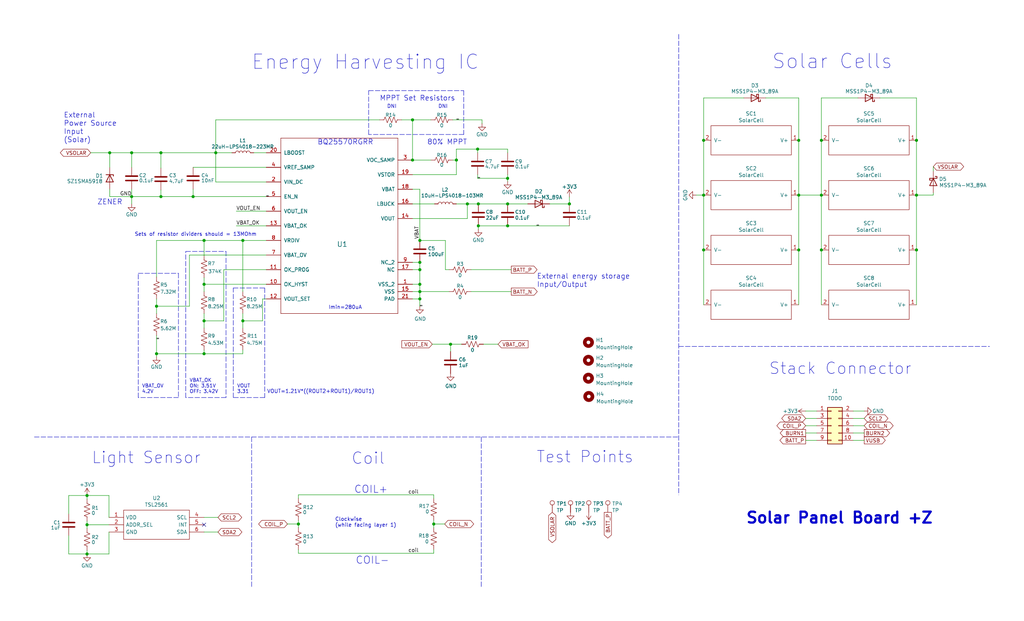
<source format=kicad_sch>
(kicad_sch (version 20211123) (generator eeschema)
  (paper "USLegal")
  (title_block (title "PyCubed Mini") (date "2022-06-14") (rev "04") (company "REx Lab Carnegie Mellon University") (comment 1 "Z.Manchester") (comment 2 "N.Khera") (comment 3 "M.Holliday"))
  (lib_symbols
    (symbol "Connector:TestPoint" (pin_numbers hide) (pin_names (offset 0.762) hide)
      (property "Reference" "TP" (at 0 6.858 0))
      (property "Value" "TestPoint" (at 0 5.08 0))
      (symbol "TestPoint_0_1"
        (circle (center 0 3.302) (radius 0.762))
      )
      (symbol "TestPoint_1_1"
        (pin passive line (at 0 0 90) (length 2.54) (name "1") (number "1"))
      )
    )
    (symbol "Connector_Generic:Conn_02x05_Odd_Even" (pin_names (offset 1.016) hide)
      (property "Reference" "J" (at 1.27 7.62 0))
      (property "Value" "Conn_02x05_Odd_Even" (at 1.27 -7.62 0))
      (symbol "Conn_02x05_Odd_Even_1_1"
        (rectangle (start -1.27 -4.953) (end 0 -5.207) (stroke (width 0.1524)))
        (rectangle (start -1.27 -2.413) (end 0 -2.667) (stroke (width 0.1524)))
        (rectangle (start -1.27 0.127) (end 0 -0.127) (stroke (width 0.1524)))
        (rectangle (start -1.27 2.667) (end 0 2.413) (stroke (width 0.1524)))
        (rectangle (start -1.27 5.207) (end 0 4.953) (stroke (width 0.1524)))
        (rectangle (start -1.27 6.35) (end 3.81 -6.35) (stroke (width 0.254)) (fill (type background)))
        (rectangle (start 3.81 -4.953) (end 2.54 -5.207) (stroke (width 0.1524)))
        (rectangle (start 3.81 -2.413) (end 2.54 -2.667) (stroke (width 0.1524)))
        (rectangle (start 3.81 0.127) (end 2.54 -0.127) (stroke (width 0.1524)))
        (rectangle (start 3.81 2.667) (end 2.54 2.413) (stroke (width 0.1524)))
        (rectangle (start 3.81 5.207) (end 2.54 4.953) (stroke (width 0.1524)))
        (pin passive line (at -5.08 5.08 0) (length 3.81) (name "Pin_1") (number "1"))
        (pin passive line (at 7.62 -5.08 180) (length 3.81) (name "Pin_10") (number "10"))
        (pin passive line (at 7.62 5.08 180) (length 3.81) (name "Pin_2") (number "2"))
        (pin passive line (at -5.08 2.54 0) (length 3.81) (name "Pin_3") (number "3"))
        (pin passive line (at 7.62 2.54 180) (length 3.81) (name "Pin_4") (number "4"))
        (pin passive line (at -5.08 0 0) (length 3.81) (name "Pin_5") (number "5"))
        (pin passive line (at 7.62 0 180) (length 3.81) (name "Pin_6") (number "6"))
        (pin passive line (at -5.08 -2.54 0) (length 3.81) (name "Pin_7") (number "7"))
        (pin passive line (at 7.62 -2.54 180) (length 3.81) (name "Pin_8") (number "8"))
        (pin passive line (at -5.08 -5.08 0) (length 3.81) (name "Pin_9") (number "9"))
      )
    )
    (symbol "Device:C" (pin_numbers hide) (pin_names (offset 0.254))
      (property "Reference" "C" (at 0.635 2.54 0))
      (property "Value" "C" (at 0.635 -2.54 0))
      (symbol "C_0_1"
        (polyline (pts (xy -2.032 -0.762) (xy 2.032 -0.762)) (stroke (width 0.508)))
        (polyline (pts (xy -2.032 0.762) (xy 2.032 0.762)) (stroke (width 0.508)))
      )
      (symbol "C_1_1"
        (pin passive line (at 0 3.81 270) (length 2.794) (name "~") (number "1"))
        (pin passive line (at 0 -3.81 90) (length 2.794) (name "~") (number "2"))
      )
    )
    (symbol "Device:D_Schottky" (pin_numbers hide) (pin_names (offset 1.016) hide)
      (property "Reference" "D" (at 0 2.54 0))
      (property "Value" "D_Schottky" (at 0 -2.54 0))
      (symbol "D_Schottky_0_1"
        (polyline (pts (xy 1.27 0) (xy -1.27 0)))
        (polyline (pts (xy 1.27 1.27) (xy 1.27 -1.27) (xy -1.27 0) (xy 1.27 1.27)) (stroke (width 0.254)))
        (polyline (pts (xy -1.905 0.635) (xy -1.905 1.27) (xy -1.27 1.27) (xy -1.27 -1.27) (xy -0.635 -1.27) (xy -0.635 -0.635)) (stroke (width 0.254)))
      )
      (symbol "D_Schottky_1_1"
        (pin passive line (at -3.81 0 0) (length 2.54) (name "K") (number "1"))
        (pin passive line (at 3.81 0 180) (length 2.54) (name "A") (number "2"))
      )
    )
    (symbol "Device:L" (pin_numbers hide) (pin_names (offset 1.016) hide)
      (property "Reference" "L" (at -1.27 0 90))
      (property "Value" "L" (at 1.905 0 90))
      (symbol "L_0_1"
        (arc (start 0 -2.54) (mid 0.635 -1.905) (end 0 -1.27))
        (arc (start 0 -1.27) (mid 0.635 -0.635) (end 0 0))
        (arc (start 0 0) (mid 0.635 0.635) (end 0 1.27))
        (arc (start 0 1.27) (mid 0.635 1.905) (end 0 2.54))
      )
      (symbol "L_1_1"
        (pin passive line (at 0 3.81 270) (length 1.27) (name "1") (number "1"))
        (pin passive line (at 0 -3.81 90) (length 1.27) (name "2") (number "2"))
      )
    )
    (symbol "Device:R_US" (pin_numbers hide) (pin_names (offset 0))
      (property "Reference" "R" (at 2.54 0 90))
      (property "Value" "R_US" (at -2.54 0 90))
      (symbol "R_US_0_1"
        (polyline (pts (xy 0 -2.286) (xy 0 -2.54)))
        (polyline (pts (xy 0 2.286) (xy 0 2.54)))
        (polyline (pts (xy 0 -0.762) (xy 1.016 -1.143) (xy 0 -1.524) (xy -1.016 -1.905) (xy 0 -2.286)))
        (polyline (pts (xy 0 0.762) (xy 1.016 0.381) (xy 0 0) (xy -1.016 -0.381) (xy 0 -0.762)))
        (polyline (pts (xy 0 2.286) (xy 1.016 1.905) (xy 0 1.524) (xy -1.016 1.143) (xy 0 0.762)))
      )
      (symbol "R_US_1_1"
        (pin passive line (at 0 3.81 270) (length 1.27) (name "~") (number "1"))
        (pin passive line (at 0 -3.81 90) (length 1.27) (name "~") (number "2"))
      )
    )
    (symbol "Diode:Z1SMAxxx" (pin_numbers hide) (pin_names hide)
      (property "Reference" "D" (at 0 2.54 0))
      (property "Value" "Z1SMAxxx" (at 0 -2.54 0))
      (symbol "Z1SMAxxx_0_1"
        (polyline (pts (xy 1.27 0) (xy -1.27 0)))
        (polyline (pts (xy -1.27 -1.27) (xy -1.27 1.27) (xy -0.762 1.27)) (stroke (width 0.254)))
        (polyline (pts (xy 1.27 -1.27) (xy 1.27 1.27) (xy -1.27 0) (xy 1.27 -1.27)) (stroke (width 0.254)))
      )
      (symbol "Z1SMAxxx_1_1"
        (pin passive line (at -3.81 0 0) (length 2.54) (name "K") (number "1"))
        (pin passive line (at 3.81 0 180) (length 2.54) (name "A") (number "2"))
      )
    )
    (symbol "Mechanical:MountingHole" (pin_names (offset 1.016))
      (property "Reference" "H" (at 0 5.08 0))
      (property "Value" "MountingHole" (at 0 3.175 0))
      (symbol "MountingHole_0_1"
        (circle (center 0 0) (radius 1.27) (stroke (width 1.27)))
      )
    )
    (symbol "power:+3V3" (power) (pin_names (offset 0))
      (property "Value" "+3V3" (at 0 3.556 0))
      (symbol "+3V3_0_1"
        (polyline (pts (xy -0.762 1.27) (xy 0 2.54)))
        (polyline (pts (xy 0 0) (xy 0 2.54)))
        (polyline (pts (xy 0 2.54) (xy 0.762 1.27)))
      )
      (symbol "+3V3_1_1"
        (pin power_in line (at 0 0 90) (length 0) hide (name "+3V3") (number "1"))
      )
    )
    (symbol "power:GND" (power) (pin_names (offset 0))
      (property "Value" "GND" (at 0 -3.81 0))
      (symbol "GND_0_1"
        (polyline (pts (xy 0 0) (xy 0 -1.27) (xy 1.27 -1.27) (xy 0 -2.54) (xy -1.27 -1.27) (xy 0 -1.27)))
      )
      (symbol "GND_1_1"
        (pin power_in line (at 0 0 270) (length 0) hide (name "GND") (number "1"))
      )
    )
    (symbol "solarpanels:BQ25570RGRR" (pin_names (offset 1.016))
      (property "Reference" "U" (at -4.7244 1.4986 0))
      (property "Value" "BQ25570RGRR" (at -5.3594 -1.0414 0))
      (symbol "BQ25570RGRR_1_0"
        (polyline (pts (xy -20.32 -30.48) (xy 20.32 -30.48)))
        (polyline (pts (xy -20.32 30.48) (xy -20.32 -30.48)))
        (polyline (pts (xy 20.32 -30.48) (xy 20.32 30.48)))
        (polyline (pts (xy 20.32 30.48) (xy -20.32 30.48)))
        (pin power_in line (at 25.4 -20.32 180) (length 5.08) (name "VSS_2") (number "1"))
        (pin input line (at -25.4 -20.32 0) (length 5.08) (name "OK_HYST") (number "10"))
        (pin input line (at -25.4 -15.24 0) (length 5.08) (name "OK_PROG") (number "11"))
        (pin input line (at -25.4 -25.4 0) (length 5.08) (name "VOUT_SET") (number "12"))
        (pin output line (at -25.4 0 0) (length 5.08) (name "VBAT_OK") (number "13"))
        (pin power_in line (at 25.4 2.54 180) (length 5.08) (name "VOUT") (number "14"))
        (pin power_in line (at 25.4 -22.86 180) (length 5.08) (name "VSS") (number "15"))
        (pin passive line (at 25.4 7.62 180) (length 5.08) (name "LBUCK") (number "16"))
        (pin passive line (at 25.4 -15.24 180) (length 5.08) (name "NC") (number "17"))
        (pin bidirectional line (at 25.4 12.7 180) (length 5.08) (name "VBAT") (number "18"))
        (pin power_in line (at 25.4 17.78 180) (length 5.08) (name "VSTOR") (number "19"))
        (pin power_in line (at -25.4 15.24 0) (length 5.08) (name "VIN_DC") (number "2"))
        (pin input line (at -25.4 25.4 0) (length 5.08) (name "LBOOST") (number "20"))
        (pin power_in line (at 25.4 -25.4 180) (length 5.08) (name "PAD") (number "21"))
        (pin input line (at 25.4 22.86 180) (length 5.08) (name "VOC_SAMP") (number "3"))
        (pin input line (at -25.4 20.32 0) (length 5.08) (name "VREF_SAMP") (number "4"))
        (pin input line (at -25.4 10.16 0) (length 5.08) (name "EN_N") (number "5"))
        (pin input line (at -25.4 5.08 0) (length 5.08) (name "VOUT_EN") (number "6"))
        (pin input line (at -25.4 -10.16 0) (length 5.08) (name "VBAT_OV") (number "7"))
        (pin output line (at -25.4 -5.08 0) (length 5.08) (name "VRDIV") (number "8"))
        (pin power_in line (at 25.4 -12.7 180) (length 5.08) (name "NC_2") (number "9"))
      )
    )
    (symbol "solarpanels:SolarCell_Small" (pin_names (offset 1.016))
      (property "Reference" "SC" (at 0 -1.27 0))
      (property "Value" "SolarCell_Small" (at 0 1.27 0))
      (symbol "SolarCell_Small_0_1"
        (rectangle (start -13.97 -5.08) (end 13.97 5.08))
      )
      (symbol "SolarCell_Small_1_1"
        (pin bidirectional line (at -16.51 0 0) (length 2.54) (name "V+") (number "1"))
        (pin bidirectional line (at 16.51 0 180) (length 2.54) (name "V-") (number "2"))
      )
    )
    (symbol "solarpanels:symbols_TSL2561" (pin_names (offset 0.762))
      (property "Reference" "IC" (at 29.21 7.62 0))
      (property "Value" "symbols_TSL2561" (at 29.21 5.08 0))
      (symbol "symbols_TSL2561_0_0"
        (pin unspecified line (at 0 0 0) (length 5.08) (name "VDD") (number "1"))
        (pin unspecified line (at 0 -2.54 0) (length 5.08) (name "ADDR_SEL") (number "2"))
        (pin unspecified line (at 0 -5.08 0) (length 5.08) (name "GND") (number "3"))
        (pin unspecified line (at 33.02 0 180) (length 5.08) (name "SCL") (number "4"))
        (pin unspecified line (at 33.02 -2.54 180) (length 5.08) (name "INT") (number "5"))
        (pin unspecified line (at 33.02 -5.08 180) (length 5.08) (name "SDA") (number "6"))
      )
      (symbol "symbols_TSL2561_0_1"
        (polyline (pts (xy 5.08 2.54) (xy 27.94 2.54) (xy 27.94 -7.62) (xy 5.08 -7.62) (xy 5.08 2.54)) (stroke (width 0.1524)))
      )
    )
  )
  (junction (at 165.862 51.816))
  (junction (at 277.368 86.868))
  (junction (at 162.306 70.866))
  (junction (at 70.866 122.936))
  (junction (at 277.368 48.768))
  (junction (at 143.256 41.656))
  (junction (at 244.348 86.868))
  (junction (at 30.226 172.212))
  (junction (at 145.796 93.726))
  (junction (at 70.866 111.506))
  (junction (at 84.328 111.506))
  (junction (at 277.368 67.818))
  (junction (at 145.796 101.346))
  (junction (at 38.1 53.086))
  (junction (at 145.796 83.566))
  (junction (at 74.93 53.086))
  (junction (at 176.276 61.976))
  (junction (at 70.866 83.566))
  (junction (at 318.262 67.818))
  (junction (at 54.356 122.936))
  (junction (at 285.242 48.768))
  (junction (at 156.464 119.634))
  (junction (at 45.72 53.086))
  (junction (at 143.256 55.626))
  (junction (at 145.796 98.806))
  (junction (at 145.796 91.186))
  (junction (at 145.796 103.886))
  (junction (at 166.116 78.486))
  (junction (at 30.226 182.372))
  (junction (at 285.242 67.818))
  (junction (at 54.356 106.426))
  (junction (at 285.242 86.868))
  (junction (at 318.262 86.868))
  (junction (at 103.632 182.118))
  (junction (at 150.622 182.118))
  (junction (at 166.116 70.866))
  (junction (at 176.276 78.486))
  (junction (at 55.88 68.326))
  (junction (at 45.72 68.326))
  (junction (at 318.262 48.768))
  (junction (at 70.866 98.806))
  (junction (at 176.276 70.866))
  (junction (at 244.348 48.768))
  (junction (at 55.88 53.086))
  (junction (at 84.328 83.566))
  (junction (at 158.496 55.626))
  (junction (at 244.348 67.818))
  (junction (at 197.739 70.866))
  (junction (at 67.056 68.326))
  (junction (at 30.226 192.532))
  (no_connect (at 70.866 182.372))
  (wire (pts (xy 92.456 58.166) (xy 67.056 58.166)))
  (wire (pts (xy 167.894 119.634) (xy 172.974 119.634)))
  (wire (pts (xy 150.622 191.008) (xy 150.622 192.278)))
  (wire (pts (xy 37.846 172.212) (xy 30.226 172.212)))
  (polyline (pts (xy 235.712 11.938) (xy 235.712 171.958)))
  (wire (pts (xy 84.328 83.566) (xy 92.456 83.566)))
  (polyline (pts (xy 128.016 46.736) (xy 128.016 31.496)))
  (wire (pts (xy 145.796 98.806) (xy 145.796 93.726)))
  (wire (pts (xy 37.846 182.372) (xy 30.226 182.372)))
  (polyline (pts (xy 64.516 87.376) (xy 78.486 87.376)))
  (wire (pts (xy 324.104 67.818) (xy 324.104 67.056)))
  (wire (pts (xy 285.242 34.036) (xy 285.242 48.768)))
  (wire (pts (xy 38.1 53.086) (xy 45.72 53.086)))
  (wire (pts (xy 84.328 83.566) (xy 70.866 83.566)))
  (wire (pts (xy 154.686 93.726) (xy 154.686 83.566)))
  (wire (pts (xy 31.496 53.086) (xy 38.1 53.086)))
  (wire (pts (xy 277.368 86.868) (xy 277.368 105.918)))
  (wire (pts (xy 158.496 51.816) (xy 158.496 55.626)))
  (wire (pts (xy 176.276 78.486) (xy 197.739 78.486)))
  (wire (pts (xy 38.1 68.326) (xy 45.72 68.326)))
  (wire (pts (xy 145.796 101.346) (xy 155.956 101.346)))
  (wire (pts (xy 84.328 111.506) (xy 84.328 114.046)))
  (wire (pts (xy 244.348 48.768) (xy 244.348 67.818)))
  (wire (pts (xy 244.348 67.818) (xy 241.808 67.818)))
  (wire (pts (xy 165.862 61.976) (xy 176.276 61.976)))
  (wire (pts (xy 176.276 53.086) (xy 176.276 51.816)))
  (wire (pts (xy 54.356 123.952) (xy 54.356 122.936)))
  (polyline (pts (xy 64.516 138.176) (xy 64.516 87.376)))
  (wire (pts (xy 74.93 41.656) (xy 74.93 53.086)))
  (wire (pts (xy 70.866 111.506) (xy 77.724 111.506)))
  (polyline (pts (xy 48.006 94.996) (xy 61.976 94.996)))
  (wire (pts (xy 165.862 53.086) (xy 165.862 51.816)))
  (wire (pts (xy 45.72 68.326) (xy 45.72 70.866)))
  (wire (pts (xy 166.116 78.486) (xy 166.116 79.629)))
  (polyline (pts (xy 87.376 151.892) (xy 87.376 203.962)))
  (wire (pts (xy 154.686 83.566) (xy 145.796 83.566)))
  (wire (pts (xy 158.496 51.816) (xy 165.862 51.816)))
  (wire (pts (xy 45.72 53.086) (xy 55.88 53.086)))
  (wire (pts (xy 285.242 86.868) (xy 285.242 105.918)))
  (polyline (pts (xy 78.486 138.176) (xy 64.516 138.176)))
  (wire (pts (xy 285.242 67.818) (xy 277.368 67.818)))
  (wire (pts (xy 279.781 150.495) (xy 283.591 150.495)))
  (wire (pts (xy 244.348 34.036) (xy 244.348 48.768)))
  (wire (pts (xy 145.796 103.886) (xy 145.796 101.346)))
  (polyline (pts (xy 161.036 46.736) (xy 128.016 46.736)))
  (wire (pts (xy 75.692 179.832) (xy 70.866 179.832)))
  (wire (pts (xy 54.356 106.426) (xy 54.356 108.966)))
  (wire (pts (xy 285.242 48.768) (xy 285.242 67.818)))
  (wire (pts (xy 162.306 75.946) (xy 162.306 70.866)))
  (polyline (pts (xy 235.712 120.396) (xy 343.662 120.396)))
  (wire (pts (xy 30.226 182.372) (xy 30.226 183.642)))
  (wire (pts (xy 163.576 93.726) (xy 177.546 93.726)))
  (wire (pts (xy 197.739 68.453) (xy 197.739 70.866)))
  (wire (pts (xy 244.348 105.918) (xy 244.348 86.868)))
  (wire (pts (xy 176.276 70.866) (xy 183.261 70.866)))
  (wire (pts (xy 84.328 121.666) (xy 84.328 122.936)))
  (wire (pts (xy 157.226 41.656) (xy 167.386 41.656)))
  (polyline (pts (xy 81.026 100.076) (xy 91.948 100.076)))
  (wire (pts (xy 84.328 111.506) (xy 91.186 111.506)))
  (wire (pts (xy 45.72 68.326) (xy 55.88 68.326)))
  (wire (pts (xy 150.114 119.634) (xy 156.464 119.634)))
  (polyline (pts (xy 91.948 100.076) (xy 91.948 138.176)))
  (wire (pts (xy 279.781 147.955) (xy 283.591 147.955)))
  (wire (pts (xy 55.88 68.326) (xy 67.056 68.326)))
  (wire (pts (xy 318.262 67.818) (xy 324.104 67.818)))
  (wire (pts (xy 283.591 142.875) (xy 279.781 142.875)))
  (wire (pts (xy 296.291 150.495) (xy 300.101 150.495)))
  (wire (pts (xy 65.786 88.646) (xy 92.456 88.646)))
  (wire (pts (xy 324.104 57.912) (xy 324.104 59.436)))
  (wire (pts (xy 145.796 65.786) (xy 143.256 65.786)))
  (wire (pts (xy 103.632 191.008) (xy 103.632 192.278)))
  (wire (pts (xy 30.226 191.262) (xy 30.226 192.532)))
  (wire (pts (xy 265.938 34.036) (xy 277.368 34.036)))
  (wire (pts (xy 156.464 122.174) (xy 156.464 119.634)))
  (wire (pts (xy 143.256 70.866) (xy 150.876 70.866)))
  (wire (pts (xy 82.042 73.406) (xy 92.456 73.406)))
  (wire (pts (xy 70.866 122.936) (xy 84.328 122.936)))
  (wire (pts (xy 70.866 96.52) (xy 70.866 98.806)))
  (wire (pts (xy 70.866 111.506) (xy 70.866 114.046)))
  (polyline (pts (xy 128.016 31.496) (xy 161.036 31.496)))
  (wire (pts (xy 176.276 62.992) (xy 176.276 61.976)))
  (polyline (pts (xy 61.976 138.176) (xy 48.006 138.176)))
  (wire (pts (xy 318.262 48.768) (xy 318.262 67.818)))
  (wire (pts (xy 279.781 153.035) (xy 283.591 153.035)))
  (wire (pts (xy 92.456 68.326) (xy 67.056 68.326)))
  (wire (pts (xy 285.242 34.036) (xy 297.942 34.036)))
  (wire (pts (xy 157.226 55.626) (xy 158.496 55.626)))
  (wire (pts (xy 277.368 67.818) (xy 277.368 86.868)))
  (polyline (pts (xy 78.486 87.376) (xy 78.486 138.176)))
  (wire (pts (xy 244.348 34.036) (xy 258.318 34.036)))
  (wire (pts (xy 84.328 83.566) (xy 84.328 101.346)))
  (wire (pts (xy 103.632 192.278) (xy 150.622 192.278)))
  (wire (pts (xy 277.368 48.768) (xy 277.368 34.036)))
  (wire (pts (xy 158.496 55.626) (xy 158.496 60.706)))
  (wire (pts (xy 277.368 48.768) (xy 277.368 67.818)))
  (wire (pts (xy 23.876 178.562) (xy 23.876 172.212)))
  (wire (pts (xy 54.356 103.886) (xy 54.356 106.426)))
  (wire (pts (xy 91.186 103.886) (xy 92.456 103.886)))
  (wire (pts (xy 70.866 121.666) (xy 70.866 122.936)))
  (wire (pts (xy 37.846 179.832) (xy 37.846 172.212)))
  (wire (pts (xy 190.881 70.866) (xy 197.739 70.866)))
  (wire (pts (xy 74.93 53.086) (xy 74.93 63.246)))
  (wire (pts (xy 30.226 172.212) (xy 30.226 173.482)))
  (wire (pts (xy 74.93 41.656) (xy 131.826 41.656)))
  (polyline (pts (xy 48.006 138.176) (xy 48.006 94.996)))
  (wire (pts (xy 156.464 119.634) (xy 160.274 119.634)))
  (wire (pts (xy 296.291 147.955) (xy 300.101 147.955)))
  (wire (pts (xy 38.1 65.786) (xy 38.1 68.326)))
  (wire (pts (xy 158.496 60.706) (xy 143.256 60.706)))
  (wire (pts (xy 70.866 98.806) (xy 70.866 101.346)))
  (wire (pts (xy 55.88 66.04) (xy 55.88 68.326)))
  (wire (pts (xy 162.306 70.866) (xy 166.116 70.866)))
  (wire (pts (xy 143.256 93.726) (xy 145.796 93.726)))
  (wire (pts (xy 143.256 55.626) (xy 143.256 41.656)))
  (wire (pts (xy 70.866 108.966) (xy 70.866 111.506)))
  (wire (pts (xy 154.686 93.726) (xy 155.956 93.726)))
  (wire (pts (xy 30.226 192.532) (xy 37.846 192.532)))
  (polyline (pts (xy 81.026 138.176) (xy 81.026 100.076)))
  (wire (pts (xy 176.276 60.706) (xy 176.276 61.976)))
  (wire (pts (xy 285.242 67.818) (xy 285.242 86.868)))
  (wire (pts (xy 244.348 86.868) (xy 244.348 67.818)))
  (wire (pts (xy 23.876 192.532) (xy 30.226 192.532)))
  (polyline (pts (xy 91.948 138.176) (xy 81.026 138.176)))
  (wire (pts (xy 145.796 83.566) (xy 145.796 65.786)))
  (wire (pts (xy 30.226 181.102) (xy 30.226 182.372)))
  (wire (pts (xy 305.562 34.036) (xy 318.262 34.036)))
  (polyline (pts (xy 61.976 94.996) (xy 61.976 138.176)))
  (wire (pts (xy 54.356 106.426) (xy 65.786 106.426)))
  (wire (pts (xy 75.692 184.912) (xy 70.866 184.912)))
  (wire (pts (xy 54.356 83.566) (xy 54.356 96.266)))
  (polyline (pts (xy 167.132 151.892) (xy 167.132 203.962)))
  (wire (pts (xy 150.622 180.848) (xy 150.622 182.118)))
  (wire (pts (xy 154.432 182.118) (xy 150.622 182.118)))
  (wire (pts (xy 166.116 78.486) (xy 176.276 78.486)))
  (wire (pts (xy 145.796 93.726) (xy 145.796 91.186)))
  (wire (pts (xy 143.256 55.626) (xy 149.606 55.626)))
  (wire (pts (xy 318.262 67.818) (xy 318.262 86.868)))
  (wire (pts (xy 103.632 182.118) (xy 103.632 183.388)))
  (wire (pts (xy 145.796 101.346) (xy 145.796 98.806)))
  (wire (pts (xy 82.042 78.486) (xy 92.456 78.486)))
  (wire (pts (xy 143.256 101.346) (xy 145.796 101.346)))
  (wire (pts (xy 103.632 171.958) (xy 103.632 173.228)))
  (wire (pts (xy 150.622 171.958) (xy 150.622 173.228)))
  (wire (pts (xy 103.632 180.848) (xy 103.632 182.118)))
  (wire (pts (xy 145.796 91.186) (xy 143.256 91.186)))
  (wire (pts (xy 54.356 116.586) (xy 54.356 122.936)))
  (wire (pts (xy 54.356 122.936) (xy 70.866 122.936)))
  (wire (pts (xy 300.101 142.875) (xy 296.291 142.875)))
  (wire (pts (xy 77.724 111.506) (xy 77.724 93.726)))
  (wire (pts (xy 37.846 192.532) (xy 37.846 184.912)))
  (wire (pts (xy 74.93 53.086) (xy 80.518 53.086)))
  (wire (pts (xy 70.866 98.806) (xy 92.456 98.806)))
  (wire (pts (xy 77.724 93.726) (xy 92.456 93.726)))
  (wire (pts (xy 165.862 51.816) (xy 176.276 51.816)))
  (polyline (pts (xy 161.036 31.496) (xy 161.036 46.736)))
  (wire (pts (xy 55.88 53.086) (xy 74.93 53.086)))
  (wire (pts (xy 65.786 106.426) (xy 65.786 88.646)))
  (wire (pts (xy 70.866 83.566) (xy 54.356 83.566)))
  (wire (pts (xy 67.056 68.326) (xy 67.056 65.786)))
  (wire (pts (xy 318.262 86.868) (xy 318.262 105.918)))
  (wire (pts (xy 145.796 106.426) (xy 145.796 103.886)))
  (wire (pts (xy 300.101 153.035) (xy 296.291 153.035)))
  (wire (pts (xy 45.72 65.786) (xy 45.72 68.326)))
  (wire (pts (xy 99.822 182.118) (xy 103.632 182.118)))
  (wire (pts (xy 158.496 70.866) (xy 162.306 70.866)))
  (wire (pts (xy 150.622 182.118) (xy 150.622 183.388)))
  (wire (pts (xy 91.186 111.506) (xy 91.186 103.886)))
  (wire (pts (xy 70.866 83.566) (xy 70.866 88.9)))
  (wire (pts (xy 143.256 98.806) (xy 145.796 98.806)))
  (wire (pts (xy 163.576 101.346) (xy 177.546 101.346)))
  (wire (pts (xy 38.1 58.166) (xy 38.1 53.086)))
  (wire (pts (xy 143.256 103.886) (xy 145.796 103.886)))
  (wire (pts (xy 23.876 172.212) (xy 30.226 172.212)))
  (wire (pts (xy 166.116 70.866) (xy 176.276 70.866)))
  (wire (pts (xy 139.446 41.656) (xy 143.256 41.656)))
  (wire (pts (xy 84.328 108.966) (xy 84.328 111.506)))
  (wire (pts (xy 74.93 63.246) (xy 92.456 63.246)))
  (wire (pts (xy 167.386 41.656) (xy 167.386 42.926)))
  (wire (pts (xy 143.256 41.656) (xy 149.606 41.656)))
  (wire (pts (xy 55.88 53.086) (xy 55.88 58.42)))
  (wire (pts (xy 88.138 53.086) (xy 92.456 53.086)))
  (wire (pts (xy 23.876 186.182) (xy 23.876 192.532)))
  (wire (pts (xy 45.72 58.166) (xy 45.72 53.086)))
  (wire (pts (xy 165.862 60.706) (xy 165.862 61.976)))
  (wire (pts (xy 279.781 145.415) (xy 283.591 145.415)))
  (wire (pts (xy 318.262 34.036) (xy 318.262 48.768)))
  (wire (pts (xy 143.256 75.946) (xy 162.306 75.946)))
  (polyline (pts (xy 11.938 151.892) (xy 235.712 151.892)))
  (wire (pts (xy 103.632 171.958) (xy 150.622 171.958)))
  (wire (pts (xy 300.101 145.415) (xy 296.291 145.415)))
  (text "DNI" (at 134.366 37.846 0) (effects (font (size 1.27 1.27)) (justify left bottom)))
  (text "External energy storage\nInput/Output" (at 186.436 100.076 0) (effects (font (size 1.778 1.778)) (justify left bottom)))
  (text "Light Sensor" (at 31.75 161.544 0) (effects (font (size 4 4)) (justify left bottom)))
  (text "BQ25570RGRR" (at 110.236 50.546 0) (effects (font (size 1.778 1.778)) (justify left bottom)))
  (text "VBAT_OV\n4.2V" (at 49.276 136.906 0) (effects (font (size 1.2 1.2)) (justify left bottom)))
  (text "External\nPower Source\nInput\n(Solar)" (at 22.098 49.784 0) (effects (font (size 1.778 1.778)) (justify left bottom)))
  (text "Imin=280uA" (at 114.046 107.696 0) (effects (font (size 1.27 1.27)) (justify left bottom)))
  (text "ZENER" (at 33.782 71.374 0) (effects (font (size 1.778 1.778)) (justify left bottom)))
  (text "Clockwise\n(while facing layer 1)" (at 116.332 183.388 0) (effects (font (size 1.27 1.27)) (justify left bottom)))
  (text "Stack Connector" (at 266.954 130.556 0) (effects (font (size 4 4)) (justify left bottom)))
  (text "Solar Cells\n" (at 267.97 24.384 0) (effects (font (size 5 5)) (justify left bottom)))
  (text "COIL-" (at 123.444 196.342 0) (effects (font (size 2.54 2.54)) (justify left bottom)))
  (text "DNI" (at 152.146 37.846 0) (effects (font (size 1.27 1.27)) (justify left bottom)))
  (text "VBAT_OK\nON: 3.51V\nOFF: 3.42V" (at 65.786 136.906 0) (effects (font (size 1.2 1.2)) (justify left bottom)))
  (text "Sets of resistor dividers should = 13MOhm" (at 46.736 82.296 0) (effects (font (size 1.27 1.27)) (justify left bottom)))
  (text "COIL+" (at 122.936 171.704 0) (effects (font (size 2.54 2.54)) (justify left bottom)))
  (text "Energy Harvesting IC" (at 87.249 24.638 0) (effects (font (size 5 5)) (justify left bottom)))
  (text "VOUT=1.21V*((ROUT2+ROUT1)/ROUT1)" (at 92.71 136.906 0) (effects (font (size 1.27 1.27)) (justify left bottom)))
  (text "Solar Panel Board +Z" (at 258.826 182.372 0) (effects (font (size 3.81 3.81) (thickness 0.762) bold) (justify left bottom)))
  (text "VOUT\n3.31" (at 82.296 136.906 0) (effects (font (size 1.2 1.2)) (justify left bottom)))
  (text "Test Points" (at 186.182 161.29 0) (effects (font (size 4 4)) (justify left bottom)))
  (text "MPPT Set Resistors " (at 131.826 35.306 0) (effects (font (size 1.778 1.778)) (justify left bottom)))
  (text "80% MPPT " (at 148.336 50.546 0) (effects (font (size 1.778 1.778)) (justify left bottom)))
  (text "Coil" (at 121.92 161.798 0) (effects (font (size 4 4)) (justify left bottom)))
  (label "GND" (at 145.796 106.426 0) (effects (font (size 0.254 0.254))))
  (label "GND" (at 158.496 41.656 0) (effects (font (size 0.254 0.254))))
  (label "GND" (at 92.456 68.326 0) (effects (font (size 0.254 0.254))))
  (label "GND" (at 165.862 61.976 0) (effects (font (size 0.254 0.254))))
  (label "GND" (at 186.309 78.486 0) (effects (font (size 0.254 0.254))))
  (label "coil" (at 141.732 192.278 0))
  (label "VOUT_EN" (at 82.042 73.406 0))
  (label "VBAT" (at 145.796 78.486 270))
  (label "GND" (at 54.356 117.856 0) (effects (font (size 0.254 0.254))))
  (label "GND" (at 41.656 68.326 0))
  (label "VBAT_OK" (at 82.042 78.486 0))
  (label "coil" (at 141.732 171.958 0))
  (global_label "BURN2" (shape output) (at 300.101 150.495 0) (property "Intersheet References" "${INTERSHEET_REFS}" (effects hide)))
  (global_label "SCL2" (shape bidirectional) (at 300.101 145.415 0) (property "Intersheet References" "${INTERSHEET_REFS}" (effects hide)))
  (global_label "VSOLAR" (shape bidirectional) (at 191.77 178.054 270) (property "Intersheet References" "${INTERSHEET_REFS}" (effects hide)))
  (global_label "VSOLAR" (shape bidirectional) (at 31.496 53.086 180) (property "Intersheet References" "${INTERSHEET_REFS}" (effects hide)))
  (global_label "BATT_P" (shape output) (at 211.074 178.054 270) (property "Intersheet References" "${INTERSHEET_REFS}" (effects hide)))
  (global_label "VSOLAR" (shape bidirectional) (at 324.104 57.912 0) (property "Intersheet References" "${INTERSHEET_REFS}" (effects hide)))
  (global_label "SDA2" (shape bidirectional) (at 75.692 184.912 0) (property "Intersheet References" "${INTERSHEET_REFS}" (effects hide)))
  (global_label "BATT_N" (shape output) (at 177.546 101.346 0) (property "Intersheet References" "${INTERSHEET_REFS}" (effects hide)))
  (global_label "COIL_P" (shape bidirectional) (at 279.781 147.955 180) (property "Intersheet References" "${INTERSHEET_REFS}" (effects hide)))
  (global_label "COIL_P" (shape bidirectional) (at 99.822 182.118 180) (property "Intersheet References" "${INTERSHEET_REFS}" (effects hide)))
  (global_label "BURN1" (shape output) (at 279.781 150.495 180) (property "Intersheet References" "${INTERSHEET_REFS}" (effects hide)))
  (global_label "BATT_P" (shape output) (at 279.781 153.035 180) (property "Intersheet References" "${INTERSHEET_REFS}" (effects hide)))
  (global_label "SDA2" (shape bidirectional) (at 279.781 145.415 180) (property "Intersheet References" "${INTERSHEET_REFS}" (effects hide)))
  (global_label "VOUT_EN" (shape input) (at 150.114 119.634 180) (property "Intersheet References" "${INTERSHEET_REFS}" (effects hide)))
  (global_label "COIL_N" (shape bidirectional) (at 154.432 182.118 0) (property "Intersheet References" "${INTERSHEET_REFS}" (effects hide)))
  (global_label "VUSB" (shape output) (at 300.101 153.035 0) (property "Intersheet References" "${INTERSHEET_REFS}" (effects hide)))
  (global_label "COIL_N" (shape bidirectional) (at 300.101 147.955 0) (property "Intersheet References" "${INTERSHEET_REFS}" (effects hide)))
  (global_label "VBAT_OK" (shape input) (at 172.974 119.634 0) (property "Intersheet References" "${INTERSHEET_REFS}" (effects hide)))
  (global_label "SCL2" (shape bidirectional) (at 75.692 179.832 0) (property "Intersheet References" "${INTERSHEET_REFS}" (effects hide)))
  (global_label "BATT_P" (shape output) (at 177.546 93.726 0) (property "Intersheet References" "${INTERSHEET_REFS}" (effects hide)))
  (symbol (lib_id "Connector:TestPoint") (at 191.77 178.054 0) (unit 1)
    (property "Reference" "TP1" (at 193.2432 175.0568 0) (effects (justify left)))
    (property "Value" "TP" (at 193.2432 177.3682 0) (effects (justify left)))
    (property "Footprint" "TestPoint:TestPoint_THTPad_D1.0mm_Drill0.5mm" (effects hide))
  )
  (symbol (lib_id "Connector:TestPoint") (at 198.12 178.054 0) (unit 1)
    (property "Reference" "TP2" (at 199.5932 175.0568 0) (effects (justify left)))
    (property "Value" "TP" (at 199.5932 177.3682 0) (effects (justify left)))
    (property "Footprint" "TestPoint:TestPoint_THTPad_D1.0mm_Drill0.5mm" (effects hide))
  )
  (symbol (lib_id "power:GND") (at 198.12 178.054 0) (mirror y) (unit 1)
    (property "Reference" "#PWR0101" (effects hide))
    (property "Value" "GND" (at 198.12 181.864 0))
  )
  (symbol (lib_id "Connector:TestPoint") (at 204.47 178.054 0) (unit 1)
    (property "Reference" "TP3" (at 205.9432 175.0568 0) (effects (justify left)))
    (property "Value" "TP" (at 205.9432 177.3682 0) (effects (justify left)))
    (property "Footprint" "TestPoint:TestPoint_THTPad_D1.0mm_Drill0.5mm" (effects hide))
  )
  (symbol (lib_id "power:+3V3") (at 204.47 178.054 180) (unit 1)
    (property "Reference" "#PWR0102" (effects hide))
    (property "Value" "+3V3" (at 204.47 181.864 0))
  )
  (symbol (lib_id "Connector:TestPoint") (at 211.074 178.054 0) (unit 1)
    (property "Reference" "TP4" (at 212.5472 175.0568 0) (effects (justify left)))
    (property "Value" "TP" (at 212.5472 177.3682 0) (effects (justify left)))
    (property "Footprint" "TestPoint:TestPoint_THTPad_D1.0mm_Drill0.5mm" (effects hide))
  )
  (symbol (lib_id "Diode:Z1SMAxxx") (at 38.1 61.976 270) (unit 1)
    (property "Reference" "D1" (at 33.147 61.087 90) (effects (justify left)))
    (property "Value" "SZ1SMA5918" (at 23.241 62.992 90) (effects (justify left)))
    (property "Footprint" "Diode_SMD:D_SMA" (effects hide))
    (property "Datasheet" "https://diotec.com/tl_files/diotec/files/pdf/datasheets/z1sma1.pdf" (effects hide))
  )
  (symbol (lib_id "power:GND") (at 30.226 192.532 0) (unit 1)
    (property "Reference" "#PWR0115" (effects hide))
    (property "Value" "GND" (at 30.226 196.596 0))
  )
  (symbol (lib_id "Device:C") (at 176.276 74.676 0) (unit 1)
    (property "Reference" "C10" (at 178.816 73.66 0) (effects (font (size 1.2 1.2)) (justify left)))
    (property "Value" "0.1uF" (at 178.816 75.692 0) (effects (font (size 1.2 1.2)) (justify left)))
    (property "Footprint" "Capacitor_SMD:C_0603_1608Metric" (effects hide))
  )
  (symbol (lib_id "Mechanical:MountingHole") (at 204.47 137.795 0) (unit 1)
    (property "Reference" "H4" (at 207.01 136.9603 0) (effects (justify left)))
    (property "Value" "MountingHole" (at 207.01 139.4972 0) (effects (justify left)))
    (property "Footprint" "MountingHole:MountingHole_2.2mm_M2_DIN965" (effects hide))
  )
  (symbol (lib_id "Device:R_US") (at 54.356 112.776 180) (unit 1)
    (property "Reference" "R6" (at 56.896 110.998 0) (effects (font (size 1.2 1.2)) (justify bottom)))
    (property "Value" "5.62M" (at 58.42 114.808 0) (effects (font (size 1.2 1.2)) (justify top)))
    (property "Footprint" "Resistor_SMD:R_0603_1608Metric" (effects hide))
  )
  (symbol (lib_id "Device:C") (at 165.862 56.896 0) (unit 1)
    (property "Reference" "C7" (at 168.402 56.134 0) (effects (font (size 1.2 1.2)) (justify left)))
    (property "Value" "4.7uF" (at 168.402 57.912 0) (effects (font (size 1.2 1.2)) (justify left)))
    (property "Footprint" "Capacitor_SMD:C_0603_1608Metric" (effects hide))
  )
  (symbol (lib_id "Connector_Generic:Conn_02x05_Odd_Even") (at 288.671 147.955 0) (unit 1)
    (property "Reference" "J1" (at 289.941 135.89 0))
    (property "Value" "TODO" (at 289.941 138.43 0))
    (property "Footprint" "batteryboard:FTS-105-XX-YY-DV-A" (effects hide))
  )
  (symbol (lib_id "Device:D_Schottky") (at 262.128 34.036 180) (unit 1)
    (property "Reference" "D3" (at 262.128 29.718 0))
    (property "Value" "MSS1P4-M3_89A" (at 262.128 31.75 0))
    (property "Footprint" "solarpanels:MICROSMP" (effects hide))
    (property "Description" "Vishay MSS1P4-M3/89A SMT Schottky Diode, 40V 1A, 2-Pin uSMP" (effects hide))
    (property "Manufacturer_Name" "Vishay" (effects hide))
    (property "Manufacturer_Part_Number" "MSS1P4-M3/89A" (effects hide))
    (property "Mouser Part Number" "625-MSS1P4-M3" (effects hide))
    (property "Mouser Price/Stock" "https://www.mouser.com/Search/Refine.aspx?Keyword=625-MSS1P4-M3" (effects hide))
    (property "RS Part Number" "7103068P" (effects hide))
    (property "RS Price/Stock" "http://uk.rs-online.com/web/p/products/7103068P" (effects hide))
    (property "Allied_Number" "70217632" (effects hide))
    (property "Allied Price/Stock" "https://www.alliedelec.com/general-semiconductor-vishay-mss1p4-m3-89a/70217632/" (effects hide))
  )
  (symbol (lib_id "power:GND") (at 54.356 123.952 0) (unit 1)
    (property "Reference" "#PWR0114" (effects hide))
    (property "Value" "GND" (at 54.356 127.508 0))
  )
  (symbol (lib_id "Device:D_Schottky") (at 301.752 34.036 180) (unit 1)
    (property "Reference" "D4" (at 301.752 29.718 0))
    (property "Value" "MSS1P4-M3_89A" (at 301.752 31.75 0))
    (property "Footprint" "solarpanels:MICROSMP" (effects hide))
    (property "Description" "Vishay MSS1P4-M3/89A SMT Schottky Diode, 40V 1A, 2-Pin uSMP" (effects hide))
    (property "Manufacturer_Name" "Vishay" (effects hide))
    (property "Manufacturer_Part_Number" "MSS1P4-M3/89A" (effects hide))
    (property "Mouser Part Number" "625-MSS1P4-M3" (effects hide))
    (property "Mouser Price/Stock" "https://www.mouser.com/Search/Refine.aspx?Keyword=625-MSS1P4-M3" (effects hide))
    (property "RS Part Number" "7103068P" (effects hide))
    (property "RS Price/Stock" "http://uk.rs-online.com/web/p/products/7103068P" (effects hide))
    (property "Allied_Number" "70217632" (effects hide))
    (property "Allied Price/Stock" "https://www.alliedelec.com/general-semiconductor-vishay-mss1p4-m3-89a/70217632/" (effects hide))
  )
  (symbol (lib_id "Device:R_US") (at 135.636 41.656 270) (unit 1)
    (property "Reference" "R14" (at 135.636 40.64 90) (effects (font (size 1.2 1.2)) (justify bottom)))
    (property "Value" "0" (at 135.636 42.926 90) (effects (font (size 1.2 1.2)) (justify top)))
    (property "Footprint" "Resistor_SMD:R_0603_1608Metric" (effects hide))
    (property "DNI" "DNI" (effects hide))
  )
  (symbol (lib_id "Device:R_US") (at 70.866 92.71 180) (unit 1)
    (property "Reference" "R7" (at 73.406 90.932 0) (effects (font (size 1.2 1.2)) (justify bottom)))
    (property "Value" "374K" (at 74.676 94.996 0) (effects (font (size 1.2 1.2)) (justify top)))
    (property "Footprint" "Resistor_SMD:R_0603_1608Metric" (effects hide))
  )
  (symbol (lib_id "Device:R_US") (at 153.416 41.656 270) (unit 1)
    (property "Reference" "R15" (at 153.416 40.64 90) (effects (font (size 1.2 1.2)) (justify bottom)))
    (property "Value" "0" (at 153.416 42.926 90) (effects (font (size 1.2 1.2)) (justify top)))
    (property "Footprint" "Resistor_SMD:R_0603_1608Metric" (effects hide))
    (property "DNI" "DNI" (effects hide))
  )
  (symbol (lib_id "Device:D_Schottky") (at 324.104 63.246 270) (unit 1)
    (property "Reference" "D5" (at 327.406 62.23 90))
    (property "Value" "MSS1P4-M3_89A" (at 334.391 64.389 90))
    (property "Footprint" "solarpanels:MICROSMP" (effects hide))
    (property "Description" "Vishay MSS1P4-M3/89A SMT Schottky Diode, 40V 1A, 2-Pin uSMP" (effects hide))
    (property "Manufacturer_Name" "Vishay" (effects hide))
    (property "Manufacturer_Part_Number" "MSS1P4-M3/89A" (effects hide))
    (property "Mouser Part Number" "625-MSS1P4-M3" (effects hide))
    (property "Mouser Price/Stock" "https://www.mouser.com/Search/Refine.aspx?Keyword=625-MSS1P4-M3" (effects hide))
    (property "RS Part Number" "7103068P" (effects hide))
    (property "RS Price/Stock" "http://uk.rs-online.com/web/p/products/7103068P" (effects hide))
    (property "Allied_Number" "70217632" (effects hide))
    (property "Allied Price/Stock" "https://www.alliedelec.com/general-semiconductor-vishay-mss1p4-m3-89a/70217632/" (effects hide))
  )
  (symbol (lib_id "power:GND") (at 145.796 106.426 0) (unit 1)
    (property "Reference" "#PWR0112" (effects hide))
    (property "Value" "GND" (at 145.923 110.8202 0))
  )
  (symbol (lib_id "Device:C") (at 45.72 61.976 0) (unit 1)
    (property "Reference" "C2" (at 48.26 60.96 0) (effects (font (size 1.2 1.2)) (justify left)))
    (property "Value" "0.1uF" (at 48.26 62.738 0) (effects (font (size 1.2 1.2)) (justify left)))
    (property "Footprint" "Capacitor_SMD:C_0603_1608Metric" (effects hide))
  )
  (symbol (lib_id "solarpanels:symbols_TSL2561") (at 37.846 179.832 0) (unit 1)
    (property "Reference" "U2" (at 54.356 173.101 0))
    (property "Value" "TSL2561" (at 54.356 175.4124 0))
    (property "Footprint" "solarpanels:TSL2561" (effects hide))
    (property "Datasheet" "https://ams.com/documents/20143/36005/TSL2561_DS000110_3-00.pdf/18a41097-2035-4333-c70e-bfa544c0a98b" (effects hide))
    (property "Description" "Light-to-Digital Converter" (effects hide))
    (property "Height" "1.55" (effects hide))
    (property "Manufacturer_Name" "ams" (effects hide))
    (property "Manufacturer_Part_Number" "TSL2561" (effects hide))
    (property "Mouser Part Number" "N/A" (effects hide))
    (property "Mouser Price/Stock" "https://www.mouser.com/Search/Refine.aspx?Keyword=N%2FA" (effects hide))
  )
  (symbol (lib_id "solarpanels:SolarCell_Small") (at 260.858 48.768 0) (mirror y) (unit 1)
    (property "Reference" "SC1" (at 260.858 39.497 0))
    (property "Value" "SolarCell" (at 260.858 41.8084 0))
    (property "Footprint" "solarpanels:KXOB25-05X3F" (effects hide))
  )
  (symbol (lib_id "power:GND") (at 167.386 42.926 0) (unit 1)
    (property "Reference" "#PWR0105" (effects hide))
    (property "Value" "GND" (at 167.386 46.736 0))
  )
  (symbol (lib_id "Device:C") (at 55.88 62.23 0) (unit 1)
    (property "Reference" "C3" (at 58.674 60.96 0) (effects (font (size 1.2 1.2)) (justify left)))
    (property "Value" "4.7uF" (at 58.674 62.992 0) (effects (font (size 1.2 1.2)) (justify left)))
    (property "Footprint" "Capacitor_SMD:C_0603_1608Metric" (effects hide))
  )
  (symbol (lib_id "Device:C") (at 156.464 125.984 0) (unit 1)
    (property "Reference" "C6" (at 159.258 124.968 0) (effects (font (size 1.2 1.2)) (justify left)))
    (property "Value" "1uF" (at 159.258 127 0) (effects (font (size 1.2 1.2)) (justify left)))
    (property "Footprint" "Capacitor_SMD:C_0603_1608Metric" (effects hide))
  )
  (symbol (lib_id "Device:R_US") (at 159.766 101.346 270) (unit 1)
    (property "Reference" "R4" (at 159.766 100.076 90) (effects (font (size 1.2 1.2)) (justify bottom)))
    (property "Value" "0" (at 159.766 102.616 90) (effects (font (size 1.2 1.2)) (justify top)))
    (property "Footprint" "Resistor_SMD:R_0603_1608Metric" (effects hide))
  )
  (symbol (lib_id "Mechanical:MountingHole") (at 204.343 131.445 0) (unit 1)
    (property "Reference" "H3" (at 206.883 130.6103 0) (effects (justify left)))
    (property "Value" "MountingHole" (at 206.883 133.1472 0) (effects (justify left)))
    (property "Footprint" "MountingHole:MountingHole_2.2mm_M2_DIN965" (effects hide))
  )
  (symbol (lib_id "power:+3V3") (at 30.226 172.212 0) (unit 1)
    (property "Reference" "#PWR0116" (effects hide))
    (property "Value" "+3V3" (at 30.226 168.402 0))
  )
  (symbol (lib_id "Device:L") (at 84.328 53.086 90) (unit 1)
    (property "Reference" "L1" (at 85.471 48.133 90) (effects (font (size 1.2 1.2)) (justify left bottom)))
    (property "Value" "22uH-LPS4018-223MR" (at 95.123 50.292 90) (effects (font (size 1.2 1.2)) (justify left bottom)))
    (property "Footprint" "solarpanels:LPS4018" (effects hide))
  )
  (symbol (lib_id "Device:R_US") (at 103.632 187.198 180) (unit 1)
    (property "Reference" "R13" (at 105.156 186.436 0) (effects (font (size 1.2 1.2)) (justify right)))
    (property "Value" "0" (at 105.156 188.214 0) (effects (font (size 1.2 1.2)) (justify right)))
    (property "Footprint" "Resistor_SMD:R_0603_1608Metric" (effects hide))
  )
  (symbol (lib_id "Device:R_US") (at 164.084 119.634 270) (unit 1)
    (property "Reference" "R19" (at 164.084 117.348 90) (effects (font (size 1.2 1.2))))
    (property "Value" "0" (at 164.084 121.666 90) (effects (font (size 1.2 1.2))))
    (property "Footprint" "Resistor_SMD:R_0603_1608Metric" (effects hide))
  )
  (symbol (lib_id "Device:R_US") (at 70.866 117.856 180) (unit 1)
    (property "Reference" "R9" (at 73.406 116.078 0) (effects (font (size 1.2 1.2)) (justify bottom)))
    (property "Value" "4.53M" (at 74.93 119.888 0) (effects (font (size 1.2 1.2)) (justify top)))
    (property "Footprint" "Resistor_SMD:R_0603_1608Metric" (effects hide))
  )
  (symbol (lib_id "Device:C") (at 176.276 56.896 0) (unit 1)
    (property "Reference" "C9" (at 178.816 56.134 0) (effects (font (size 1.2 1.2)) (justify left)))
    (property "Value" "0.1uF" (at 178.816 57.912 0) (effects (font (size 1.2 1.2)) (justify left)))
    (property "Footprint" "Capacitor_SMD:C_0603_1608Metric" (effects hide))
  )
  (symbol (lib_id "solarpanels:SolarCell_Small") (at 260.858 86.868 0) (mirror y) (unit 1)
    (property "Reference" "SC3" (at 260.858 77.597 0))
    (property "Value" "SolarCell" (at 260.858 79.9084 0))
    (property "Footprint" "solarpanels:KXOB25-05X3F" (effects hide))
  )
  (symbol (lib_id "power:GND") (at 176.276 62.992 0) (unit 1)
    (property "Reference" "#PWR0106" (effects hide))
    (property "Value" "GND" (at 176.276 66.802 0))
  )
  (symbol (lib_id "Device:R_US") (at 150.622 177.038 180) (unit 1)
    (property "Reference" "R17" (at 145.415 175.895 0) (effects (font (size 1.2 1.2)) (justify right)))
    (property "Value" "0" (at 147.701 177.8 0) (effects (font (size 1.2 1.2)) (justify right)))
    (property "Footprint" "Resistor_SMD:R_0603_1608Metric" (effects hide))
  )
  (symbol (lib_id "power:+3V3") (at 279.781 142.875 90) (unit 1)
    (property "Reference" "#PWR0110" (effects hide))
    (property "Value" "+3V3" (at 274.447 142.875 90))
  )
  (symbol (lib_id "Mechanical:MountingHole") (at 204.343 118.999 0) (unit 1)
    (property "Reference" "H1" (at 206.883 118.1643 0) (effects (justify left)))
    (property "Value" "MountingHole" (at 206.883 120.7012 0) (effects (justify left)))
    (property "Footprint" "MountingHole:MountingHole_2.2mm_M2_DIN965" (effects hide))
  )
  (symbol (lib_id "Device:R_US") (at 103.632 177.038 180) (unit 1)
    (property "Reference" "R12" (at 105.156 176.276 0) (effects (font (size 1.2 1.2)) (justify right)))
    (property "Value" "0" (at 105.156 178.054 0) (effects (font (size 1.2 1.2)) (justify right)))
    (property "Footprint" "Resistor_SMD:R_0603_1608Metric" (effects hide))
  )
  (symbol (lib_id "Device:R_US") (at 70.866 105.156 180) (unit 1)
    (property "Reference" "R8" (at 73.406 103.378 0) (effects (font (size 1.2 1.2)) (justify bottom)))
    (property "Value" "8.25M" (at 74.93 107.188 0) (effects (font (size 1.2 1.2)) (justify top)))
    (property "Footprint" "Resistor_SMD:R_0603_1608Metric" (effects hide))
  )
  (symbol (lib_id "solarpanels:SolarCell_Small") (at 260.858 67.818 0) (mirror y) (unit 1)
    (property "Reference" "SC2" (at 260.858 58.547 0))
    (property "Value" "SolarCell" (at 260.858 60.8584 0))
    (property "Footprint" "solarpanels:KXOB25-05X3F" (effects hide))
  )
  (symbol (lib_id "Device:C") (at 23.876 182.372 180) (unit 1)
    (property "Reference" "C1" (at 21.082 181.61 0) (effects (font (size 1.2 1.2)) (justify left)))
    (property "Value" "1uF" (at 21.082 183.388 0) (effects (font (size 1.2 1.2)) (justify left)))
    (property "Footprint" "Capacitor_SMD:C_0603_1608Metric" (effects hide))
  )
  (symbol (lib_id "power:GND") (at 45.72 70.866 0) (unit 1)
    (property "Reference" "#PWR0113" (effects hide))
    (property "Value" "GND" (at 45.72 74.549 0))
  )
  (symbol (lib_id "power:GND") (at 156.464 129.794 0) (unit 1)
    (property "Reference" "#PWR0108" (effects hide))
    (property "Value" "GND" (at 156.591 134.1882 0))
  )
  (symbol (lib_id "power:GND") (at 241.808 67.818 270) (mirror x) (unit 1)
    (property "Reference" "#PWR0104" (effects hide))
    (property "Value" "GND" (at 237.998 67.818 0))
  )
  (symbol (lib_id "solarpanels:SolarCell_Small") (at 301.752 105.918 0) (mirror y) (unit 1)
    (property "Reference" "SC8" (at 301.752 96.647 0))
    (property "Value" "SolarCell" (at 301.752 98.9584 0))
    (property "Footprint" "solarpanels:KXOB25-05X3F" (effects hide))
  )
  (symbol (lib_id "Device:C") (at 166.116 74.676 0) (unit 1)
    (property "Reference" "C8" (at 168.656 73.66 0) (effects (font (size 1.2 1.2)) (justify left)))
    (property "Value" "22uF" (at 168.656 75.692 0) (effects (font (size 1.2 1.2)) (justify left)))
    (property "Footprint" "Capacitor_SMD:C_0603_1608Metric" (effects hide))
  )
  (symbol (lib_id "Mechanical:MountingHole") (at 204.343 125.222 0) (unit 1)
    (property "Reference" "H2" (at 206.883 124.3873 0) (effects (justify left)))
    (property "Value" "MountingHole" (at 206.883 126.9242 0) (effects (justify left)))
    (property "Footprint" "MountingHole:MountingHole_2.2mm_M2_DIN965" (effects hide))
  )
  (symbol (lib_id "Device:R_US") (at 150.622 187.198 180) (unit 1)
    (property "Reference" "R18" (at 145.288 186.182 0) (effects (font (size 1.2 1.2)) (justify right)))
    (property "Value" "0" (at 147.574 188.214 0) (effects (font (size 1.2 1.2)) (justify right)))
    (property "Footprint" "Resistor_SMD:R_0603_1608Metric" (effects hide))
  )
  (symbol (lib_id "power:+3V3") (at 197.739 68.453 0) (unit 1)
    (property "Reference" "#PWR0107" (effects hide))
    (property "Value" "+3V3" (at 197.739 64.897 0))
  )
  (symbol (lib_id "power:GND") (at 300.101 142.875 90) (mirror x) (unit 1)
    (property "Reference" "#PWR0109" (effects hide))
    (property "Value" "GND" (at 304.927 142.875 90))
  )
  (symbol (lib_id "power:GND") (at 166.116 79.629 0) (unit 1)
    (property "Reference" "#PWR0103" (effects hide))
    (property "Value" "GND" (at 166.116 83.439 0))
  )
  (symbol (lib_id "Device:C") (at 145.796 87.376 0) (unit 1)
    (property "Reference" "C5" (at 148.59 86.36 0) (effects (font (size 1.2 1.2)) (justify left)))
    (property "Value" "100uF" (at 148.59 88.392 0) (effects (font (size 1.2 1.2)) (justify left)))
    (property "Footprint" "Capacitor_SMD:C_0805_2012Metric" (effects hide))
  )
  (symbol (lib_id "solarpanels:SolarCell_Small") (at 301.752 67.818 0) (mirror y) (unit 1)
    (property "Reference" "SC6" (at 301.752 58.547 0))
    (property "Value" "SolarCell" (at 301.752 60.8584 0))
    (property "Footprint" "solarpanels:KXOB25-05X3F" (effects hide))
  )
  (symbol (lib_id "Device:C") (at 197.739 74.676 0) (unit 1)
    (property "Reference" "C11" (at 200.279 73.66 0) (effects (font (size 1.2 1.2)) (justify left)))
    (property "Value" "0.1uF" (at 200.279 75.692 0) (effects (font (size 1.2 1.2)) (justify left)))
    (property "Footprint" "Capacitor_SMD:C_0603_1608Metric" (effects hide))
  )
  (symbol (lib_id "Device:R_US") (at 30.226 177.292 180) (unit 1)
    (property "Reference" "R1" (at 31.75 176.53 0) (effects (font (size 1.2 1.2)) (justify right)))
    (property "Value" "0" (at 31.75 178.308 0) (effects (font (size 1.2 1.2)) (justify right)))
    (property "Footprint" "Resistor_SMD:R_0603_1608Metric" (effects hide))
  )
  (symbol (lib_id "solarpanels:SolarCell_Small") (at 301.752 86.868 0) (mirror y) (unit 1)
    (property "Reference" "SC7" (at 301.752 77.597 0))
    (property "Value" "SolarCell" (at 301.752 79.9084 0))
    (property "Footprint" "solarpanels:KXOB25-05X3F" (effects hide))
  )
  (symbol (lib_id "Device:R_US") (at 54.356 100.076 180) (unit 1)
    (property "Reference" "R5" (at 56.896 98.298 0) (effects (font (size 1.2 1.2)) (justify bottom)))
    (property "Value" "7.32M" (at 58.42 102.108 0) (effects (font (size 1.2 1.2)) (justify top)))
    (property "Footprint" "Resistor_SMD:R_0603_1608Metric" (effects hide))
  )
  (symbol (lib_id "Device:L") (at 154.686 70.866 90) (unit 1)
    (property "Reference" "L2" (at 155.702 65.278 90) (effects (font (size 1.2 1.2)) (justify left bottom)))
    (property "Value" "10uH-LPS4018-103MR" (at 167.894 67.31 90) (effects (font (size 1.2 1.2)) (justify left bottom)))
    (property "Footprint" "solarpanels:LPS4018" (effects hide))
  )
  (symbol (lib_id "Device:R_US") (at 84.328 105.156 180) (unit 1)
    (property "Reference" "R10" (at 87.376 103.378 0) (effects (font (size 1.2 1.2)) (justify bottom)))
    (property "Value" "8.25M" (at 88.392 107.188 0) (effects (font (size 1.2 1.2)) (justify top)))
    (property "Footprint" "Resistor_SMD:R_0603_1608Metric" (effects hide))
  )
  (symbol (lib_id "solarpanels:SolarCell_Small") (at 301.752 48.768 0) (mirror y) (unit 1)
    (property "Reference" "SC5" (at 301.752 39.497 0))
    (property "Value" "SolarCell" (at 301.752 41.8084 0))
    (property "Footprint" "solarpanels:KXOB25-05X3F" (effects hide))
  )
  (symbol (lib_id "solarpanels:BQ25570RGRR") (at 117.856 78.486 0) (unit 1)
    (property "Reference" "U1" (at 116.9416 85.8774 0) (effects (font (size 1.7526 1.7526)) (justify left bottom)))
    (property "Value" "BQ25570RGRR" (effects hide))
    (property "Footprint" "solarpanels:QFN50P350X350X100-21N-D" (effects hide))
  )
  (symbol (lib_id "Device:C") (at 67.056 61.976 0) (unit 1)
    (property "Reference" "C4" (at 69.85 60.96 0) (effects (font (size 1.2 1.2)) (justify left)))
    (property "Value" "10nF" (at 69.85 62.738 0) (effects (font (size 1.2 1.2)) (justify left)))
    (property "Footprint" "Capacitor_SMD:C_0603_1608Metric" (effects hide))
  )
  (symbol (lib_id "Device:D_Schottky") (at 187.071 70.866 180) (unit 1)
    (property "Reference" "D2" (at 187.071 66.548 0))
    (property "Value" "MSS1P4-M3_89A" (at 187.071 68.58 0))
    (property "Footprint" "solarpanels:MICROSMP" (effects hide))
    (property "Description" "Vishay MSS1P4-M3/89A SMT Schottky Diode, 40V 1A, 2-Pin uSMP" (effects hide))
    (property "Manufacturer_Name" "Vishay" (effects hide))
    (property "Manufacturer_Part_Number" "MSS1P4-M3/89A" (effects hide))
    (property "Mouser Part Number" "625-MSS1P4-M3" (effects hide))
    (property "Mouser Price/Stock" "https://www.mouser.com/Search/Refine.aspx?Keyword=625-MSS1P4-M3" (effects hide))
    (property "RS Part Number" "7103068P" (effects hide))
    (property "RS Price/Stock" "http://uk.rs-online.com/web/p/products/7103068P" (effects hide))
    (property "Allied_Number" "70217632" (effects hide))
    (property "Allied Price/Stock" "https://www.alliedelec.com/general-semiconductor-vishay-mss1p4-m3-89a/70217632/" (effects hide))
  )
  (symbol (lib_id "solarpanels:SolarCell_Small") (at 260.858 105.918 0) (mirror y) (unit 1)
    (property "Reference" "SC4" (at 260.858 96.647 0))
    (property "Value" "SolarCell" (at 260.858 98.9584 0))
    (property "Footprint" "solarpanels:KXOB25-05X3F" (effects hide))
  )
  (symbol (lib_id "Device:R_US") (at 30.226 187.452 180) (unit 1)
    (property "Reference" "R2" (at 31.75 186.69 0) (effects (font (size 1.2 1.2)) (justify right)))
    (property "Value" "0" (at 31.75 188.468 0) (effects (font (size 1.2 1.2)) (justify right)))
    (property "Footprint" "Resistor_SMD:R_0603_1608Metric" (effects hide))
  )
  (symbol (lib_id "Device:R_US") (at 84.328 117.856 180) (unit 1)
    (property "Reference" "R11" (at 87.63 116.078 0) (effects (font (size 1.2 1.2)) (justify bottom)))
    (property "Value" "4.75M" (at 88.392 119.888 0) (effects (font (size 1.2 1.2)) (justify top)))
    (property "Footprint" "Resistor_SMD:R_0603_1608Metric" (effects hide))
  )
  (symbol (lib_id "Device:R_US") (at 159.766 93.726 270) (unit 1)
    (property "Reference" "R3" (at 159.766 92.456 90) (effects (font (size 1.2 1.2)) (justify bottom)))
    (property "Value" "0" (at 159.766 94.996 90) (effects (font (size 1.2 1.2)) (justify top)))
    (property "Footprint" "Resistor_SMD:R_0603_1608Metric" (effects hide))
  )
  (symbol (lib_id "Device:R_US") (at 153.416 55.626 270) (unit 1)
    (property "Reference" "R16" (at 153.416 54.61 90) (effects (font (size 1.2 1.2)) (justify bottom)))
    (property "Value" "0" (at 153.416 56.642 90) (effects (font (size 1.2 1.2)) (justify top)))
    (property "Footprint" "Resistor_SMD:R_0603_1608Metric" (effects hide))
  )
)
</source>
